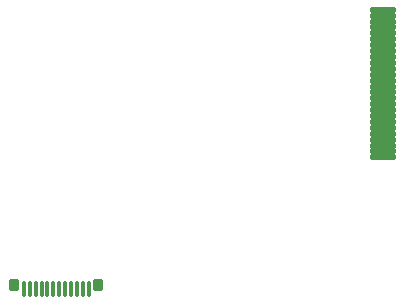
<source format=gts>
G04 #@! TF.GenerationSoftware,KiCad,Pcbnew,9.0.1*
G04 #@! TF.CreationDate,2025-05-15T23:31:47+02:00*
G04 #@! TF.ProjectId,short flex with bend,73686f72-7420-4666-9c65-782077697468,rev?*
G04 #@! TF.SameCoordinates,Original*
G04 #@! TF.FileFunction,Soldermask,Top*
G04 #@! TF.FilePolarity,Negative*
%FSLAX46Y46*%
G04 Gerber Fmt 4.6, Leading zero omitted, Abs format (unit mm)*
G04 Created by KiCad (PCBNEW 9.0.1) date 2025-05-15 23:31:47*
%MOMM*%
%LPD*%
G01*
G04 APERTURE LIST*
G04 Aperture macros list*
%AMRoundRect*
0 Rectangle with rounded corners*
0 $1 Rounding radius*
0 $2 $3 $4 $5 $6 $7 $8 $9 X,Y pos of 4 corners*
0 Add a 4 corners polygon primitive as box body*
4,1,4,$2,$3,$4,$5,$6,$7,$8,$9,$2,$3,0*
0 Add four circle primitives for the rounded corners*
1,1,$1+$1,$2,$3*
1,1,$1+$1,$4,$5*
1,1,$1+$1,$6,$7*
1,1,$1+$1,$8,$9*
0 Add four rect primitives between the rounded corners*
20,1,$1+$1,$2,$3,$4,$5,0*
20,1,$1+$1,$4,$5,$6,$7,0*
20,1,$1+$1,$6,$7,$8,$9,0*
20,1,$1+$1,$8,$9,$2,$3,0*%
G04 Aperture macros list end*
%ADD10RoundRect,0.102000X-1.000000X0.150000X-1.000000X-0.150000X1.000000X-0.150000X1.000000X0.150000X0*%
%ADD11RoundRect,0.050000X-0.115000X-0.625000X0.115000X-0.625000X0.115000X0.625000X-0.115000X0.625000X0*%
%ADD12RoundRect,0.120000X0.280000X0.415000X-0.280000X0.415000X-0.280000X-0.415000X0.280000X-0.415000X0*%
%ADD13RoundRect,0.120000X-0.280000X-0.415000X0.280000X-0.415000X0.280000X0.415000X-0.280000X0.415000X0*%
G04 APERTURE END LIST*
D10*
X163000000Y-84100000D03*
X163000000Y-83600000D03*
X163000000Y-83100000D03*
X163000000Y-82600000D03*
X163000000Y-82100000D03*
X163000000Y-81600000D03*
X163000000Y-81100000D03*
X163000000Y-80600000D03*
X163000000Y-80100000D03*
X163000000Y-79600000D03*
X163000000Y-79100000D03*
X163000000Y-78600000D03*
X163000000Y-78100000D03*
X163000000Y-77600000D03*
X163000000Y-77100000D03*
X163000000Y-76600000D03*
X163000000Y-76100000D03*
X163000000Y-75600000D03*
X163000000Y-75100000D03*
X163000000Y-74600000D03*
X163000000Y-74100000D03*
X163000000Y-73600000D03*
X163000000Y-73100000D03*
X163000000Y-72600000D03*
X163000000Y-72100000D03*
X163000000Y-71600000D03*
D11*
X132560000Y-95225000D03*
X133060000Y-95225000D03*
X133560000Y-95225000D03*
X134060000Y-95225000D03*
X134560000Y-95225000D03*
X135060000Y-95225000D03*
X135560000Y-95225000D03*
X136060000Y-95225000D03*
X136560000Y-95225000D03*
X137060000Y-95225000D03*
X137560000Y-95225000D03*
X138060000Y-95225000D03*
D12*
X131760000Y-94915000D03*
D13*
X138860000Y-94915000D03*
M02*

</source>
